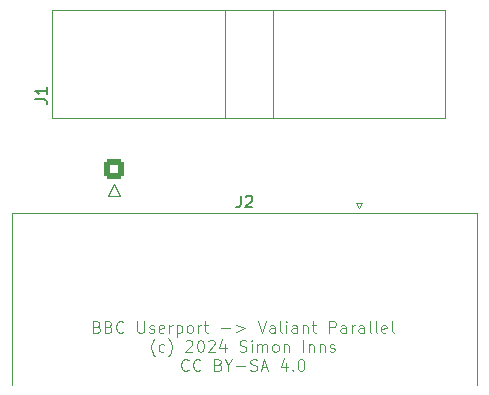
<source format=gto>
G04 #@! TF.GenerationSoftware,KiCad,Pcbnew,8.0.5*
G04 #@! TF.CreationDate,2024-10-24T17:48:12+02:00*
G04 #@! TF.ProjectId,parallel_adapter,70617261-6c6c-4656-9c5f-616461707465,rev?*
G04 #@! TF.SameCoordinates,Original*
G04 #@! TF.FileFunction,Legend,Top*
G04 #@! TF.FilePolarity,Positive*
%FSLAX46Y46*%
G04 Gerber Fmt 4.6, Leading zero omitted, Abs format (unit mm)*
G04 Created by KiCad (PCBNEW 8.0.5) date 2024-10-24 17:48:12*
%MOMM*%
%LPD*%
G01*
G04 APERTURE LIST*
G04 Aperture macros list*
%AMRoundRect*
0 Rectangle with rounded corners*
0 $1 Rounding radius*
0 $2 $3 $4 $5 $6 $7 $8 $9 X,Y pos of 4 corners*
0 Add a 4 corners polygon primitive as box body*
4,1,4,$2,$3,$4,$5,$6,$7,$8,$9,$2,$3,0*
0 Add four circle primitives for the rounded corners*
1,1,$1+$1,$2,$3*
1,1,$1+$1,$4,$5*
1,1,$1+$1,$6,$7*
1,1,$1+$1,$8,$9*
0 Add four rect primitives between the rounded corners*
20,1,$1+$1,$2,$3,$4,$5,0*
20,1,$1+$1,$4,$5,$6,$7,0*
20,1,$1+$1,$6,$7,$8,$9,0*
20,1,$1+$1,$8,$9,$2,$3,0*%
G04 Aperture macros list end*
%ADD10C,0.100000*%
%ADD11C,0.150000*%
%ADD12C,0.120000*%
%ADD13C,3.200000*%
%ADD14RoundRect,0.250000X0.600000X-0.600000X0.600000X0.600000X-0.600000X0.600000X-0.600000X-0.600000X0*%
%ADD15C,1.700000*%
%ADD16C,4.000000*%
%ADD17R,1.600000X1.600000*%
%ADD18C,1.600000*%
G04 APERTURE END LIST*
D10*
X137642854Y-95928721D02*
X137785711Y-95976340D01*
X137785711Y-95976340D02*
X137833330Y-96023959D01*
X137833330Y-96023959D02*
X137880949Y-96119197D01*
X137880949Y-96119197D02*
X137880949Y-96262054D01*
X137880949Y-96262054D02*
X137833330Y-96357292D01*
X137833330Y-96357292D02*
X137785711Y-96404912D01*
X137785711Y-96404912D02*
X137690473Y-96452531D01*
X137690473Y-96452531D02*
X137309521Y-96452531D01*
X137309521Y-96452531D02*
X137309521Y-95452531D01*
X137309521Y-95452531D02*
X137642854Y-95452531D01*
X137642854Y-95452531D02*
X137738092Y-95500150D01*
X137738092Y-95500150D02*
X137785711Y-95547769D01*
X137785711Y-95547769D02*
X137833330Y-95643007D01*
X137833330Y-95643007D02*
X137833330Y-95738245D01*
X137833330Y-95738245D02*
X137785711Y-95833483D01*
X137785711Y-95833483D02*
X137738092Y-95881102D01*
X137738092Y-95881102D02*
X137642854Y-95928721D01*
X137642854Y-95928721D02*
X137309521Y-95928721D01*
X138642854Y-95928721D02*
X138785711Y-95976340D01*
X138785711Y-95976340D02*
X138833330Y-96023959D01*
X138833330Y-96023959D02*
X138880949Y-96119197D01*
X138880949Y-96119197D02*
X138880949Y-96262054D01*
X138880949Y-96262054D02*
X138833330Y-96357292D01*
X138833330Y-96357292D02*
X138785711Y-96404912D01*
X138785711Y-96404912D02*
X138690473Y-96452531D01*
X138690473Y-96452531D02*
X138309521Y-96452531D01*
X138309521Y-96452531D02*
X138309521Y-95452531D01*
X138309521Y-95452531D02*
X138642854Y-95452531D01*
X138642854Y-95452531D02*
X138738092Y-95500150D01*
X138738092Y-95500150D02*
X138785711Y-95547769D01*
X138785711Y-95547769D02*
X138833330Y-95643007D01*
X138833330Y-95643007D02*
X138833330Y-95738245D01*
X138833330Y-95738245D02*
X138785711Y-95833483D01*
X138785711Y-95833483D02*
X138738092Y-95881102D01*
X138738092Y-95881102D02*
X138642854Y-95928721D01*
X138642854Y-95928721D02*
X138309521Y-95928721D01*
X139880949Y-96357292D02*
X139833330Y-96404912D01*
X139833330Y-96404912D02*
X139690473Y-96452531D01*
X139690473Y-96452531D02*
X139595235Y-96452531D01*
X139595235Y-96452531D02*
X139452378Y-96404912D01*
X139452378Y-96404912D02*
X139357140Y-96309673D01*
X139357140Y-96309673D02*
X139309521Y-96214435D01*
X139309521Y-96214435D02*
X139261902Y-96023959D01*
X139261902Y-96023959D02*
X139261902Y-95881102D01*
X139261902Y-95881102D02*
X139309521Y-95690626D01*
X139309521Y-95690626D02*
X139357140Y-95595388D01*
X139357140Y-95595388D02*
X139452378Y-95500150D01*
X139452378Y-95500150D02*
X139595235Y-95452531D01*
X139595235Y-95452531D02*
X139690473Y-95452531D01*
X139690473Y-95452531D02*
X139833330Y-95500150D01*
X139833330Y-95500150D02*
X139880949Y-95547769D01*
X141071426Y-95452531D02*
X141071426Y-96262054D01*
X141071426Y-96262054D02*
X141119045Y-96357292D01*
X141119045Y-96357292D02*
X141166664Y-96404912D01*
X141166664Y-96404912D02*
X141261902Y-96452531D01*
X141261902Y-96452531D02*
X141452378Y-96452531D01*
X141452378Y-96452531D02*
X141547616Y-96404912D01*
X141547616Y-96404912D02*
X141595235Y-96357292D01*
X141595235Y-96357292D02*
X141642854Y-96262054D01*
X141642854Y-96262054D02*
X141642854Y-95452531D01*
X142071426Y-96404912D02*
X142166664Y-96452531D01*
X142166664Y-96452531D02*
X142357140Y-96452531D01*
X142357140Y-96452531D02*
X142452378Y-96404912D01*
X142452378Y-96404912D02*
X142499997Y-96309673D01*
X142499997Y-96309673D02*
X142499997Y-96262054D01*
X142499997Y-96262054D02*
X142452378Y-96166816D01*
X142452378Y-96166816D02*
X142357140Y-96119197D01*
X142357140Y-96119197D02*
X142214283Y-96119197D01*
X142214283Y-96119197D02*
X142119045Y-96071578D01*
X142119045Y-96071578D02*
X142071426Y-95976340D01*
X142071426Y-95976340D02*
X142071426Y-95928721D01*
X142071426Y-95928721D02*
X142119045Y-95833483D01*
X142119045Y-95833483D02*
X142214283Y-95785864D01*
X142214283Y-95785864D02*
X142357140Y-95785864D01*
X142357140Y-95785864D02*
X142452378Y-95833483D01*
X143309521Y-96404912D02*
X143214283Y-96452531D01*
X143214283Y-96452531D02*
X143023807Y-96452531D01*
X143023807Y-96452531D02*
X142928569Y-96404912D01*
X142928569Y-96404912D02*
X142880950Y-96309673D01*
X142880950Y-96309673D02*
X142880950Y-95928721D01*
X142880950Y-95928721D02*
X142928569Y-95833483D01*
X142928569Y-95833483D02*
X143023807Y-95785864D01*
X143023807Y-95785864D02*
X143214283Y-95785864D01*
X143214283Y-95785864D02*
X143309521Y-95833483D01*
X143309521Y-95833483D02*
X143357140Y-95928721D01*
X143357140Y-95928721D02*
X143357140Y-96023959D01*
X143357140Y-96023959D02*
X142880950Y-96119197D01*
X143785712Y-96452531D02*
X143785712Y-95785864D01*
X143785712Y-95976340D02*
X143833331Y-95881102D01*
X143833331Y-95881102D02*
X143880950Y-95833483D01*
X143880950Y-95833483D02*
X143976188Y-95785864D01*
X143976188Y-95785864D02*
X144071426Y-95785864D01*
X144404760Y-95785864D02*
X144404760Y-96785864D01*
X144404760Y-95833483D02*
X144499998Y-95785864D01*
X144499998Y-95785864D02*
X144690474Y-95785864D01*
X144690474Y-95785864D02*
X144785712Y-95833483D01*
X144785712Y-95833483D02*
X144833331Y-95881102D01*
X144833331Y-95881102D02*
X144880950Y-95976340D01*
X144880950Y-95976340D02*
X144880950Y-96262054D01*
X144880950Y-96262054D02*
X144833331Y-96357292D01*
X144833331Y-96357292D02*
X144785712Y-96404912D01*
X144785712Y-96404912D02*
X144690474Y-96452531D01*
X144690474Y-96452531D02*
X144499998Y-96452531D01*
X144499998Y-96452531D02*
X144404760Y-96404912D01*
X145452379Y-96452531D02*
X145357141Y-96404912D01*
X145357141Y-96404912D02*
X145309522Y-96357292D01*
X145309522Y-96357292D02*
X145261903Y-96262054D01*
X145261903Y-96262054D02*
X145261903Y-95976340D01*
X145261903Y-95976340D02*
X145309522Y-95881102D01*
X145309522Y-95881102D02*
X145357141Y-95833483D01*
X145357141Y-95833483D02*
X145452379Y-95785864D01*
X145452379Y-95785864D02*
X145595236Y-95785864D01*
X145595236Y-95785864D02*
X145690474Y-95833483D01*
X145690474Y-95833483D02*
X145738093Y-95881102D01*
X145738093Y-95881102D02*
X145785712Y-95976340D01*
X145785712Y-95976340D02*
X145785712Y-96262054D01*
X145785712Y-96262054D02*
X145738093Y-96357292D01*
X145738093Y-96357292D02*
X145690474Y-96404912D01*
X145690474Y-96404912D02*
X145595236Y-96452531D01*
X145595236Y-96452531D02*
X145452379Y-96452531D01*
X146214284Y-96452531D02*
X146214284Y-95785864D01*
X146214284Y-95976340D02*
X146261903Y-95881102D01*
X146261903Y-95881102D02*
X146309522Y-95833483D01*
X146309522Y-95833483D02*
X146404760Y-95785864D01*
X146404760Y-95785864D02*
X146499998Y-95785864D01*
X146690475Y-95785864D02*
X147071427Y-95785864D01*
X146833332Y-95452531D02*
X146833332Y-96309673D01*
X146833332Y-96309673D02*
X146880951Y-96404912D01*
X146880951Y-96404912D02*
X146976189Y-96452531D01*
X146976189Y-96452531D02*
X147071427Y-96452531D01*
X148166666Y-96071578D02*
X148928571Y-96071578D01*
X149404761Y-95785864D02*
X150166666Y-96071578D01*
X150166666Y-96071578D02*
X149404761Y-96357292D01*
X151261904Y-95452531D02*
X151595237Y-96452531D01*
X151595237Y-96452531D02*
X151928570Y-95452531D01*
X152690475Y-96452531D02*
X152690475Y-95928721D01*
X152690475Y-95928721D02*
X152642856Y-95833483D01*
X152642856Y-95833483D02*
X152547618Y-95785864D01*
X152547618Y-95785864D02*
X152357142Y-95785864D01*
X152357142Y-95785864D02*
X152261904Y-95833483D01*
X152690475Y-96404912D02*
X152595237Y-96452531D01*
X152595237Y-96452531D02*
X152357142Y-96452531D01*
X152357142Y-96452531D02*
X152261904Y-96404912D01*
X152261904Y-96404912D02*
X152214285Y-96309673D01*
X152214285Y-96309673D02*
X152214285Y-96214435D01*
X152214285Y-96214435D02*
X152261904Y-96119197D01*
X152261904Y-96119197D02*
X152357142Y-96071578D01*
X152357142Y-96071578D02*
X152595237Y-96071578D01*
X152595237Y-96071578D02*
X152690475Y-96023959D01*
X153309523Y-96452531D02*
X153214285Y-96404912D01*
X153214285Y-96404912D02*
X153166666Y-96309673D01*
X153166666Y-96309673D02*
X153166666Y-95452531D01*
X153690476Y-96452531D02*
X153690476Y-95785864D01*
X153690476Y-95452531D02*
X153642857Y-95500150D01*
X153642857Y-95500150D02*
X153690476Y-95547769D01*
X153690476Y-95547769D02*
X153738095Y-95500150D01*
X153738095Y-95500150D02*
X153690476Y-95452531D01*
X153690476Y-95452531D02*
X153690476Y-95547769D01*
X154595237Y-96452531D02*
X154595237Y-95928721D01*
X154595237Y-95928721D02*
X154547618Y-95833483D01*
X154547618Y-95833483D02*
X154452380Y-95785864D01*
X154452380Y-95785864D02*
X154261904Y-95785864D01*
X154261904Y-95785864D02*
X154166666Y-95833483D01*
X154595237Y-96404912D02*
X154499999Y-96452531D01*
X154499999Y-96452531D02*
X154261904Y-96452531D01*
X154261904Y-96452531D02*
X154166666Y-96404912D01*
X154166666Y-96404912D02*
X154119047Y-96309673D01*
X154119047Y-96309673D02*
X154119047Y-96214435D01*
X154119047Y-96214435D02*
X154166666Y-96119197D01*
X154166666Y-96119197D02*
X154261904Y-96071578D01*
X154261904Y-96071578D02*
X154499999Y-96071578D01*
X154499999Y-96071578D02*
X154595237Y-96023959D01*
X155071428Y-95785864D02*
X155071428Y-96452531D01*
X155071428Y-95881102D02*
X155119047Y-95833483D01*
X155119047Y-95833483D02*
X155214285Y-95785864D01*
X155214285Y-95785864D02*
X155357142Y-95785864D01*
X155357142Y-95785864D02*
X155452380Y-95833483D01*
X155452380Y-95833483D02*
X155499999Y-95928721D01*
X155499999Y-95928721D02*
X155499999Y-96452531D01*
X155833333Y-95785864D02*
X156214285Y-95785864D01*
X155976190Y-95452531D02*
X155976190Y-96309673D01*
X155976190Y-96309673D02*
X156023809Y-96404912D01*
X156023809Y-96404912D02*
X156119047Y-96452531D01*
X156119047Y-96452531D02*
X156214285Y-96452531D01*
X157309524Y-96452531D02*
X157309524Y-95452531D01*
X157309524Y-95452531D02*
X157690476Y-95452531D01*
X157690476Y-95452531D02*
X157785714Y-95500150D01*
X157785714Y-95500150D02*
X157833333Y-95547769D01*
X157833333Y-95547769D02*
X157880952Y-95643007D01*
X157880952Y-95643007D02*
X157880952Y-95785864D01*
X157880952Y-95785864D02*
X157833333Y-95881102D01*
X157833333Y-95881102D02*
X157785714Y-95928721D01*
X157785714Y-95928721D02*
X157690476Y-95976340D01*
X157690476Y-95976340D02*
X157309524Y-95976340D01*
X158738095Y-96452531D02*
X158738095Y-95928721D01*
X158738095Y-95928721D02*
X158690476Y-95833483D01*
X158690476Y-95833483D02*
X158595238Y-95785864D01*
X158595238Y-95785864D02*
X158404762Y-95785864D01*
X158404762Y-95785864D02*
X158309524Y-95833483D01*
X158738095Y-96404912D02*
X158642857Y-96452531D01*
X158642857Y-96452531D02*
X158404762Y-96452531D01*
X158404762Y-96452531D02*
X158309524Y-96404912D01*
X158309524Y-96404912D02*
X158261905Y-96309673D01*
X158261905Y-96309673D02*
X158261905Y-96214435D01*
X158261905Y-96214435D02*
X158309524Y-96119197D01*
X158309524Y-96119197D02*
X158404762Y-96071578D01*
X158404762Y-96071578D02*
X158642857Y-96071578D01*
X158642857Y-96071578D02*
X158738095Y-96023959D01*
X159214286Y-96452531D02*
X159214286Y-95785864D01*
X159214286Y-95976340D02*
X159261905Y-95881102D01*
X159261905Y-95881102D02*
X159309524Y-95833483D01*
X159309524Y-95833483D02*
X159404762Y-95785864D01*
X159404762Y-95785864D02*
X159500000Y-95785864D01*
X160261905Y-96452531D02*
X160261905Y-95928721D01*
X160261905Y-95928721D02*
X160214286Y-95833483D01*
X160214286Y-95833483D02*
X160119048Y-95785864D01*
X160119048Y-95785864D02*
X159928572Y-95785864D01*
X159928572Y-95785864D02*
X159833334Y-95833483D01*
X160261905Y-96404912D02*
X160166667Y-96452531D01*
X160166667Y-96452531D02*
X159928572Y-96452531D01*
X159928572Y-96452531D02*
X159833334Y-96404912D01*
X159833334Y-96404912D02*
X159785715Y-96309673D01*
X159785715Y-96309673D02*
X159785715Y-96214435D01*
X159785715Y-96214435D02*
X159833334Y-96119197D01*
X159833334Y-96119197D02*
X159928572Y-96071578D01*
X159928572Y-96071578D02*
X160166667Y-96071578D01*
X160166667Y-96071578D02*
X160261905Y-96023959D01*
X160880953Y-96452531D02*
X160785715Y-96404912D01*
X160785715Y-96404912D02*
X160738096Y-96309673D01*
X160738096Y-96309673D02*
X160738096Y-95452531D01*
X161404763Y-96452531D02*
X161309525Y-96404912D01*
X161309525Y-96404912D02*
X161261906Y-96309673D01*
X161261906Y-96309673D02*
X161261906Y-95452531D01*
X162166668Y-96404912D02*
X162071430Y-96452531D01*
X162071430Y-96452531D02*
X161880954Y-96452531D01*
X161880954Y-96452531D02*
X161785716Y-96404912D01*
X161785716Y-96404912D02*
X161738097Y-96309673D01*
X161738097Y-96309673D02*
X161738097Y-95928721D01*
X161738097Y-95928721D02*
X161785716Y-95833483D01*
X161785716Y-95833483D02*
X161880954Y-95785864D01*
X161880954Y-95785864D02*
X162071430Y-95785864D01*
X162071430Y-95785864D02*
X162166668Y-95833483D01*
X162166668Y-95833483D02*
X162214287Y-95928721D01*
X162214287Y-95928721D02*
X162214287Y-96023959D01*
X162214287Y-96023959D02*
X161738097Y-96119197D01*
X162785716Y-96452531D02*
X162690478Y-96404912D01*
X162690478Y-96404912D02*
X162642859Y-96309673D01*
X162642859Y-96309673D02*
X162642859Y-95452531D01*
X142547618Y-98443427D02*
X142499999Y-98395808D01*
X142499999Y-98395808D02*
X142404761Y-98252951D01*
X142404761Y-98252951D02*
X142357142Y-98157713D01*
X142357142Y-98157713D02*
X142309523Y-98014856D01*
X142309523Y-98014856D02*
X142261904Y-97776760D01*
X142261904Y-97776760D02*
X142261904Y-97586284D01*
X142261904Y-97586284D02*
X142309523Y-97348189D01*
X142309523Y-97348189D02*
X142357142Y-97205332D01*
X142357142Y-97205332D02*
X142404761Y-97110094D01*
X142404761Y-97110094D02*
X142499999Y-96967236D01*
X142499999Y-96967236D02*
X142547618Y-96919617D01*
X143357142Y-98014856D02*
X143261904Y-98062475D01*
X143261904Y-98062475D02*
X143071428Y-98062475D01*
X143071428Y-98062475D02*
X142976190Y-98014856D01*
X142976190Y-98014856D02*
X142928571Y-97967236D01*
X142928571Y-97967236D02*
X142880952Y-97871998D01*
X142880952Y-97871998D02*
X142880952Y-97586284D01*
X142880952Y-97586284D02*
X142928571Y-97491046D01*
X142928571Y-97491046D02*
X142976190Y-97443427D01*
X142976190Y-97443427D02*
X143071428Y-97395808D01*
X143071428Y-97395808D02*
X143261904Y-97395808D01*
X143261904Y-97395808D02*
X143357142Y-97443427D01*
X143690476Y-98443427D02*
X143738095Y-98395808D01*
X143738095Y-98395808D02*
X143833333Y-98252951D01*
X143833333Y-98252951D02*
X143880952Y-98157713D01*
X143880952Y-98157713D02*
X143928571Y-98014856D01*
X143928571Y-98014856D02*
X143976190Y-97776760D01*
X143976190Y-97776760D02*
X143976190Y-97586284D01*
X143976190Y-97586284D02*
X143928571Y-97348189D01*
X143928571Y-97348189D02*
X143880952Y-97205332D01*
X143880952Y-97205332D02*
X143833333Y-97110094D01*
X143833333Y-97110094D02*
X143738095Y-96967236D01*
X143738095Y-96967236D02*
X143690476Y-96919617D01*
X145166667Y-97157713D02*
X145214286Y-97110094D01*
X145214286Y-97110094D02*
X145309524Y-97062475D01*
X145309524Y-97062475D02*
X145547619Y-97062475D01*
X145547619Y-97062475D02*
X145642857Y-97110094D01*
X145642857Y-97110094D02*
X145690476Y-97157713D01*
X145690476Y-97157713D02*
X145738095Y-97252951D01*
X145738095Y-97252951D02*
X145738095Y-97348189D01*
X145738095Y-97348189D02*
X145690476Y-97491046D01*
X145690476Y-97491046D02*
X145119048Y-98062475D01*
X145119048Y-98062475D02*
X145738095Y-98062475D01*
X146357143Y-97062475D02*
X146452381Y-97062475D01*
X146452381Y-97062475D02*
X146547619Y-97110094D01*
X146547619Y-97110094D02*
X146595238Y-97157713D01*
X146595238Y-97157713D02*
X146642857Y-97252951D01*
X146642857Y-97252951D02*
X146690476Y-97443427D01*
X146690476Y-97443427D02*
X146690476Y-97681522D01*
X146690476Y-97681522D02*
X146642857Y-97871998D01*
X146642857Y-97871998D02*
X146595238Y-97967236D01*
X146595238Y-97967236D02*
X146547619Y-98014856D01*
X146547619Y-98014856D02*
X146452381Y-98062475D01*
X146452381Y-98062475D02*
X146357143Y-98062475D01*
X146357143Y-98062475D02*
X146261905Y-98014856D01*
X146261905Y-98014856D02*
X146214286Y-97967236D01*
X146214286Y-97967236D02*
X146166667Y-97871998D01*
X146166667Y-97871998D02*
X146119048Y-97681522D01*
X146119048Y-97681522D02*
X146119048Y-97443427D01*
X146119048Y-97443427D02*
X146166667Y-97252951D01*
X146166667Y-97252951D02*
X146214286Y-97157713D01*
X146214286Y-97157713D02*
X146261905Y-97110094D01*
X146261905Y-97110094D02*
X146357143Y-97062475D01*
X147071429Y-97157713D02*
X147119048Y-97110094D01*
X147119048Y-97110094D02*
X147214286Y-97062475D01*
X147214286Y-97062475D02*
X147452381Y-97062475D01*
X147452381Y-97062475D02*
X147547619Y-97110094D01*
X147547619Y-97110094D02*
X147595238Y-97157713D01*
X147595238Y-97157713D02*
X147642857Y-97252951D01*
X147642857Y-97252951D02*
X147642857Y-97348189D01*
X147642857Y-97348189D02*
X147595238Y-97491046D01*
X147595238Y-97491046D02*
X147023810Y-98062475D01*
X147023810Y-98062475D02*
X147642857Y-98062475D01*
X148500000Y-97395808D02*
X148500000Y-98062475D01*
X148261905Y-97014856D02*
X148023810Y-97729141D01*
X148023810Y-97729141D02*
X148642857Y-97729141D01*
X149738096Y-98014856D02*
X149880953Y-98062475D01*
X149880953Y-98062475D02*
X150119048Y-98062475D01*
X150119048Y-98062475D02*
X150214286Y-98014856D01*
X150214286Y-98014856D02*
X150261905Y-97967236D01*
X150261905Y-97967236D02*
X150309524Y-97871998D01*
X150309524Y-97871998D02*
X150309524Y-97776760D01*
X150309524Y-97776760D02*
X150261905Y-97681522D01*
X150261905Y-97681522D02*
X150214286Y-97633903D01*
X150214286Y-97633903D02*
X150119048Y-97586284D01*
X150119048Y-97586284D02*
X149928572Y-97538665D01*
X149928572Y-97538665D02*
X149833334Y-97491046D01*
X149833334Y-97491046D02*
X149785715Y-97443427D01*
X149785715Y-97443427D02*
X149738096Y-97348189D01*
X149738096Y-97348189D02*
X149738096Y-97252951D01*
X149738096Y-97252951D02*
X149785715Y-97157713D01*
X149785715Y-97157713D02*
X149833334Y-97110094D01*
X149833334Y-97110094D02*
X149928572Y-97062475D01*
X149928572Y-97062475D02*
X150166667Y-97062475D01*
X150166667Y-97062475D02*
X150309524Y-97110094D01*
X150738096Y-98062475D02*
X150738096Y-97395808D01*
X150738096Y-97062475D02*
X150690477Y-97110094D01*
X150690477Y-97110094D02*
X150738096Y-97157713D01*
X150738096Y-97157713D02*
X150785715Y-97110094D01*
X150785715Y-97110094D02*
X150738096Y-97062475D01*
X150738096Y-97062475D02*
X150738096Y-97157713D01*
X151214286Y-98062475D02*
X151214286Y-97395808D01*
X151214286Y-97491046D02*
X151261905Y-97443427D01*
X151261905Y-97443427D02*
X151357143Y-97395808D01*
X151357143Y-97395808D02*
X151500000Y-97395808D01*
X151500000Y-97395808D02*
X151595238Y-97443427D01*
X151595238Y-97443427D02*
X151642857Y-97538665D01*
X151642857Y-97538665D02*
X151642857Y-98062475D01*
X151642857Y-97538665D02*
X151690476Y-97443427D01*
X151690476Y-97443427D02*
X151785714Y-97395808D01*
X151785714Y-97395808D02*
X151928571Y-97395808D01*
X151928571Y-97395808D02*
X152023810Y-97443427D01*
X152023810Y-97443427D02*
X152071429Y-97538665D01*
X152071429Y-97538665D02*
X152071429Y-98062475D01*
X152690476Y-98062475D02*
X152595238Y-98014856D01*
X152595238Y-98014856D02*
X152547619Y-97967236D01*
X152547619Y-97967236D02*
X152500000Y-97871998D01*
X152500000Y-97871998D02*
X152500000Y-97586284D01*
X152500000Y-97586284D02*
X152547619Y-97491046D01*
X152547619Y-97491046D02*
X152595238Y-97443427D01*
X152595238Y-97443427D02*
X152690476Y-97395808D01*
X152690476Y-97395808D02*
X152833333Y-97395808D01*
X152833333Y-97395808D02*
X152928571Y-97443427D01*
X152928571Y-97443427D02*
X152976190Y-97491046D01*
X152976190Y-97491046D02*
X153023809Y-97586284D01*
X153023809Y-97586284D02*
X153023809Y-97871998D01*
X153023809Y-97871998D02*
X152976190Y-97967236D01*
X152976190Y-97967236D02*
X152928571Y-98014856D01*
X152928571Y-98014856D02*
X152833333Y-98062475D01*
X152833333Y-98062475D02*
X152690476Y-98062475D01*
X153452381Y-97395808D02*
X153452381Y-98062475D01*
X153452381Y-97491046D02*
X153500000Y-97443427D01*
X153500000Y-97443427D02*
X153595238Y-97395808D01*
X153595238Y-97395808D02*
X153738095Y-97395808D01*
X153738095Y-97395808D02*
X153833333Y-97443427D01*
X153833333Y-97443427D02*
X153880952Y-97538665D01*
X153880952Y-97538665D02*
X153880952Y-98062475D01*
X155119048Y-98062475D02*
X155119048Y-97062475D01*
X155595238Y-97395808D02*
X155595238Y-98062475D01*
X155595238Y-97491046D02*
X155642857Y-97443427D01*
X155642857Y-97443427D02*
X155738095Y-97395808D01*
X155738095Y-97395808D02*
X155880952Y-97395808D01*
X155880952Y-97395808D02*
X155976190Y-97443427D01*
X155976190Y-97443427D02*
X156023809Y-97538665D01*
X156023809Y-97538665D02*
X156023809Y-98062475D01*
X156500000Y-97395808D02*
X156500000Y-98062475D01*
X156500000Y-97491046D02*
X156547619Y-97443427D01*
X156547619Y-97443427D02*
X156642857Y-97395808D01*
X156642857Y-97395808D02*
X156785714Y-97395808D01*
X156785714Y-97395808D02*
X156880952Y-97443427D01*
X156880952Y-97443427D02*
X156928571Y-97538665D01*
X156928571Y-97538665D02*
X156928571Y-98062475D01*
X157357143Y-98014856D02*
X157452381Y-98062475D01*
X157452381Y-98062475D02*
X157642857Y-98062475D01*
X157642857Y-98062475D02*
X157738095Y-98014856D01*
X157738095Y-98014856D02*
X157785714Y-97919617D01*
X157785714Y-97919617D02*
X157785714Y-97871998D01*
X157785714Y-97871998D02*
X157738095Y-97776760D01*
X157738095Y-97776760D02*
X157642857Y-97729141D01*
X157642857Y-97729141D02*
X157500000Y-97729141D01*
X157500000Y-97729141D02*
X157404762Y-97681522D01*
X157404762Y-97681522D02*
X157357143Y-97586284D01*
X157357143Y-97586284D02*
X157357143Y-97538665D01*
X157357143Y-97538665D02*
X157404762Y-97443427D01*
X157404762Y-97443427D02*
X157500000Y-97395808D01*
X157500000Y-97395808D02*
X157642857Y-97395808D01*
X157642857Y-97395808D02*
X157738095Y-97443427D01*
X145404761Y-99577180D02*
X145357142Y-99624800D01*
X145357142Y-99624800D02*
X145214285Y-99672419D01*
X145214285Y-99672419D02*
X145119047Y-99672419D01*
X145119047Y-99672419D02*
X144976190Y-99624800D01*
X144976190Y-99624800D02*
X144880952Y-99529561D01*
X144880952Y-99529561D02*
X144833333Y-99434323D01*
X144833333Y-99434323D02*
X144785714Y-99243847D01*
X144785714Y-99243847D02*
X144785714Y-99100990D01*
X144785714Y-99100990D02*
X144833333Y-98910514D01*
X144833333Y-98910514D02*
X144880952Y-98815276D01*
X144880952Y-98815276D02*
X144976190Y-98720038D01*
X144976190Y-98720038D02*
X145119047Y-98672419D01*
X145119047Y-98672419D02*
X145214285Y-98672419D01*
X145214285Y-98672419D02*
X145357142Y-98720038D01*
X145357142Y-98720038D02*
X145404761Y-98767657D01*
X146404761Y-99577180D02*
X146357142Y-99624800D01*
X146357142Y-99624800D02*
X146214285Y-99672419D01*
X146214285Y-99672419D02*
X146119047Y-99672419D01*
X146119047Y-99672419D02*
X145976190Y-99624800D01*
X145976190Y-99624800D02*
X145880952Y-99529561D01*
X145880952Y-99529561D02*
X145833333Y-99434323D01*
X145833333Y-99434323D02*
X145785714Y-99243847D01*
X145785714Y-99243847D02*
X145785714Y-99100990D01*
X145785714Y-99100990D02*
X145833333Y-98910514D01*
X145833333Y-98910514D02*
X145880952Y-98815276D01*
X145880952Y-98815276D02*
X145976190Y-98720038D01*
X145976190Y-98720038D02*
X146119047Y-98672419D01*
X146119047Y-98672419D02*
X146214285Y-98672419D01*
X146214285Y-98672419D02*
X146357142Y-98720038D01*
X146357142Y-98720038D02*
X146404761Y-98767657D01*
X147928571Y-99148609D02*
X148071428Y-99196228D01*
X148071428Y-99196228D02*
X148119047Y-99243847D01*
X148119047Y-99243847D02*
X148166666Y-99339085D01*
X148166666Y-99339085D02*
X148166666Y-99481942D01*
X148166666Y-99481942D02*
X148119047Y-99577180D01*
X148119047Y-99577180D02*
X148071428Y-99624800D01*
X148071428Y-99624800D02*
X147976190Y-99672419D01*
X147976190Y-99672419D02*
X147595238Y-99672419D01*
X147595238Y-99672419D02*
X147595238Y-98672419D01*
X147595238Y-98672419D02*
X147928571Y-98672419D01*
X147928571Y-98672419D02*
X148023809Y-98720038D01*
X148023809Y-98720038D02*
X148071428Y-98767657D01*
X148071428Y-98767657D02*
X148119047Y-98862895D01*
X148119047Y-98862895D02*
X148119047Y-98958133D01*
X148119047Y-98958133D02*
X148071428Y-99053371D01*
X148071428Y-99053371D02*
X148023809Y-99100990D01*
X148023809Y-99100990D02*
X147928571Y-99148609D01*
X147928571Y-99148609D02*
X147595238Y-99148609D01*
X148785714Y-99196228D02*
X148785714Y-99672419D01*
X148452381Y-98672419D02*
X148785714Y-99196228D01*
X148785714Y-99196228D02*
X149119047Y-98672419D01*
X149452381Y-99291466D02*
X150214286Y-99291466D01*
X150642857Y-99624800D02*
X150785714Y-99672419D01*
X150785714Y-99672419D02*
X151023809Y-99672419D01*
X151023809Y-99672419D02*
X151119047Y-99624800D01*
X151119047Y-99624800D02*
X151166666Y-99577180D01*
X151166666Y-99577180D02*
X151214285Y-99481942D01*
X151214285Y-99481942D02*
X151214285Y-99386704D01*
X151214285Y-99386704D02*
X151166666Y-99291466D01*
X151166666Y-99291466D02*
X151119047Y-99243847D01*
X151119047Y-99243847D02*
X151023809Y-99196228D01*
X151023809Y-99196228D02*
X150833333Y-99148609D01*
X150833333Y-99148609D02*
X150738095Y-99100990D01*
X150738095Y-99100990D02*
X150690476Y-99053371D01*
X150690476Y-99053371D02*
X150642857Y-98958133D01*
X150642857Y-98958133D02*
X150642857Y-98862895D01*
X150642857Y-98862895D02*
X150690476Y-98767657D01*
X150690476Y-98767657D02*
X150738095Y-98720038D01*
X150738095Y-98720038D02*
X150833333Y-98672419D01*
X150833333Y-98672419D02*
X151071428Y-98672419D01*
X151071428Y-98672419D02*
X151214285Y-98720038D01*
X151595238Y-99386704D02*
X152071428Y-99386704D01*
X151500000Y-99672419D02*
X151833333Y-98672419D01*
X151833333Y-98672419D02*
X152166666Y-99672419D01*
X153690476Y-99005752D02*
X153690476Y-99672419D01*
X153452381Y-98624800D02*
X153214286Y-99339085D01*
X153214286Y-99339085D02*
X153833333Y-99339085D01*
X154214286Y-99577180D02*
X154261905Y-99624800D01*
X154261905Y-99624800D02*
X154214286Y-99672419D01*
X154214286Y-99672419D02*
X154166667Y-99624800D01*
X154166667Y-99624800D02*
X154214286Y-99577180D01*
X154214286Y-99577180D02*
X154214286Y-99672419D01*
X154880952Y-98672419D02*
X154976190Y-98672419D01*
X154976190Y-98672419D02*
X155071428Y-98720038D01*
X155071428Y-98720038D02*
X155119047Y-98767657D01*
X155119047Y-98767657D02*
X155166666Y-98862895D01*
X155166666Y-98862895D02*
X155214285Y-99053371D01*
X155214285Y-99053371D02*
X155214285Y-99291466D01*
X155214285Y-99291466D02*
X155166666Y-99481942D01*
X155166666Y-99481942D02*
X155119047Y-99577180D01*
X155119047Y-99577180D02*
X155071428Y-99624800D01*
X155071428Y-99624800D02*
X154976190Y-99672419D01*
X154976190Y-99672419D02*
X154880952Y-99672419D01*
X154880952Y-99672419D02*
X154785714Y-99624800D01*
X154785714Y-99624800D02*
X154738095Y-99577180D01*
X154738095Y-99577180D02*
X154690476Y-99481942D01*
X154690476Y-99481942D02*
X154642857Y-99291466D01*
X154642857Y-99291466D02*
X154642857Y-99053371D01*
X154642857Y-99053371D02*
X154690476Y-98862895D01*
X154690476Y-98862895D02*
X154738095Y-98767657D01*
X154738095Y-98767657D02*
X154785714Y-98720038D01*
X154785714Y-98720038D02*
X154880952Y-98672419D01*
D11*
X132434819Y-76658333D02*
X133149104Y-76658333D01*
X133149104Y-76658333D02*
X133291961Y-76705952D01*
X133291961Y-76705952D02*
X133387200Y-76801190D01*
X133387200Y-76801190D02*
X133434819Y-76944047D01*
X133434819Y-76944047D02*
X133434819Y-77039285D01*
X133434819Y-75658333D02*
X133434819Y-76229761D01*
X133434819Y-75944047D02*
X132434819Y-75944047D01*
X132434819Y-75944047D02*
X132577676Y-76039285D01*
X132577676Y-76039285D02*
X132672914Y-76134523D01*
X132672914Y-76134523D02*
X132720533Y-76229761D01*
X149816666Y-84834819D02*
X149816666Y-85549104D01*
X149816666Y-85549104D02*
X149769047Y-85691961D01*
X149769047Y-85691961D02*
X149673809Y-85787200D01*
X149673809Y-85787200D02*
X149530952Y-85834819D01*
X149530952Y-85834819D02*
X149435714Y-85834819D01*
X150245238Y-84930057D02*
X150292857Y-84882438D01*
X150292857Y-84882438D02*
X150388095Y-84834819D01*
X150388095Y-84834819D02*
X150626190Y-84834819D01*
X150626190Y-84834819D02*
X150721428Y-84882438D01*
X150721428Y-84882438D02*
X150769047Y-84930057D01*
X150769047Y-84930057D02*
X150816666Y-85025295D01*
X150816666Y-85025295D02*
X150816666Y-85120533D01*
X150816666Y-85120533D02*
X150769047Y-85263390D01*
X150769047Y-85263390D02*
X150197619Y-85834819D01*
X150197619Y-85834819D02*
X150816666Y-85834819D01*
D12*
X133870000Y-69150000D02*
X167150000Y-69150000D01*
X133870000Y-78270000D02*
X133870000Y-69150000D01*
X138580000Y-84890000D02*
X139580000Y-84890000D01*
X139080000Y-83890000D02*
X138580000Y-84890000D01*
X139580000Y-84890000D02*
X139080000Y-83890000D01*
X148460000Y-78270000D02*
X148460000Y-69150000D01*
X152560000Y-78270000D02*
X152560000Y-69150000D01*
X167150000Y-69150000D02*
X167150000Y-78270000D01*
X167150000Y-78270000D02*
X133870000Y-78270000D01*
X130490000Y-86320000D02*
X169810000Y-86320000D01*
X130490000Y-100860000D02*
X130490000Y-86320000D01*
X159595000Y-85425662D02*
X160095000Y-85425662D01*
X159845000Y-85858675D02*
X159595000Y-85425662D01*
X160095000Y-85425662D02*
X159845000Y-85858675D01*
X169810000Y-86320000D02*
X169810000Y-100860000D01*
%LPC*%
D13*
X133600000Y-82200000D03*
X166800000Y-82200000D03*
D14*
X139080000Y-82540000D03*
D15*
X139080000Y-80000000D03*
X141620000Y-82540000D03*
X141620000Y-80000000D03*
X144160000Y-82540000D03*
X144160000Y-80000000D03*
X146700000Y-82540000D03*
X146700000Y-80000000D03*
X149240000Y-82540000D03*
X149240000Y-80000000D03*
X151780000Y-82540000D03*
X151780000Y-80000000D03*
X154320000Y-82540000D03*
X154320000Y-80000000D03*
X156860000Y-82540000D03*
X156860000Y-80000000D03*
X159400000Y-82540000D03*
X159400000Y-80000000D03*
X161940000Y-82540000D03*
X161940000Y-80000000D03*
D16*
X133500000Y-89600000D03*
X166800000Y-89600000D03*
D17*
X159845000Y-88180000D03*
D18*
X157075000Y-88180000D03*
X154305000Y-88180000D03*
X151535000Y-88180000D03*
X148765000Y-88180000D03*
X145995000Y-88180000D03*
X143225000Y-88180000D03*
X140455000Y-88180000D03*
X158460000Y-91020000D03*
X155690000Y-91020000D03*
X152920000Y-91020000D03*
X150150000Y-91020000D03*
X147380000Y-91020000D03*
X144610000Y-91020000D03*
X141840000Y-91020000D03*
%LPD*%
M02*

</source>
